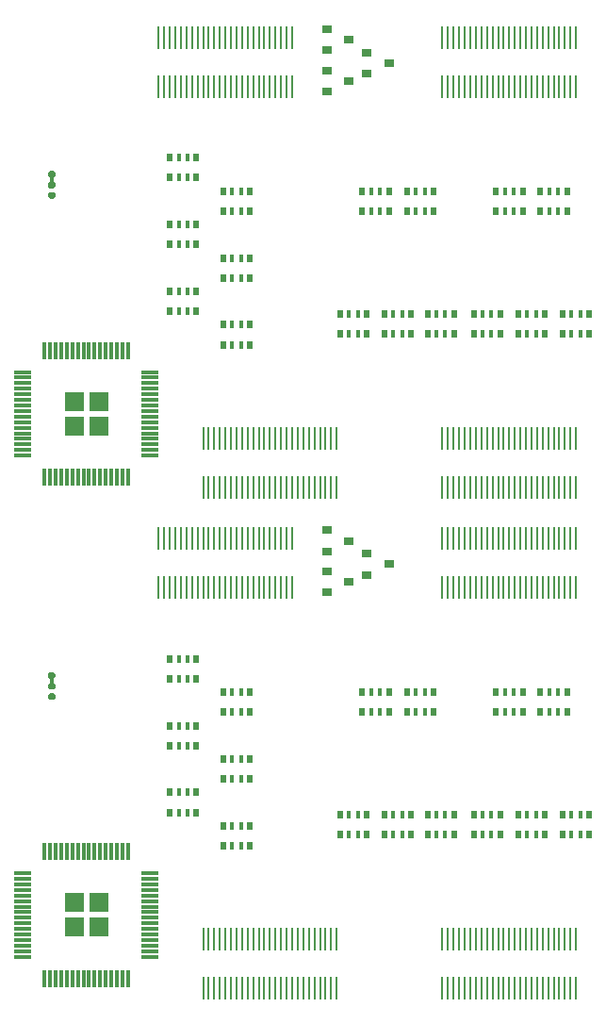
<source format=gbr>
G04 #@! TF.GenerationSoftware,KiCad,Pcbnew,(5.99.0-3349-gc9824bbd9)*
G04 #@! TF.CreationDate,2020-09-22T10:36:58-07:00*
G04 #@! TF.ProjectId,Alchitry_IO_Shield,416c6368-6974-4727-995f-494f5f536869,rev?*
G04 #@! TF.SameCoordinates,Original*
G04 #@! TF.FileFunction,Paste,Bot*
G04 #@! TF.FilePolarity,Positive*
%FSLAX46Y46*%
G04 Gerber Fmt 4.6, Leading zero omitted, Abs format (unit mm)*
G04 Created by KiCad (PCBNEW (5.99.0-3349-gc9824bbd9)) date 2020-09-22 10:36:58*
%MOMM*%
%LPD*%
G01*
G04 APERTURE LIST*
%ADD10R,0.500000X0.800000*%
%ADD11R,0.400000X0.800000*%
%ADD12R,0.900000X0.800000*%
%ADD13R,1.750000X1.750000*%
%ADD14R,0.300000X1.500000*%
%ADD15R,1.500000X0.300000*%
%ADD16R,0.250000X2.000000*%
G04 APERTURE END LIST*
D10*
X51200000Y-85900000D03*
D11*
X50400000Y-85900000D03*
X49600000Y-85900000D03*
D10*
X48800000Y-85900000D03*
X48800000Y-84100000D03*
D11*
X49600000Y-84100000D03*
X50400000Y-84100000D03*
D10*
X51200000Y-84100000D03*
X55200000Y-85900000D03*
D11*
X54400000Y-85900000D03*
X53600000Y-85900000D03*
D10*
X52800000Y-85900000D03*
X52800000Y-84100000D03*
D11*
X53600000Y-84100000D03*
X54400000Y-84100000D03*
D10*
X55200000Y-84100000D03*
X59050000Y-85900000D03*
D11*
X58250000Y-85900000D03*
X57450000Y-85900000D03*
D10*
X56650000Y-85900000D03*
X56650000Y-84100000D03*
D11*
X57450000Y-84100000D03*
X58250000Y-84100000D03*
D10*
X59050000Y-84100000D03*
X67200000Y-85900000D03*
D11*
X66400000Y-85900000D03*
X65600000Y-85900000D03*
D10*
X64800000Y-85900000D03*
X64800000Y-84100000D03*
D11*
X65600000Y-84100000D03*
X66400000Y-84100000D03*
D10*
X67200000Y-84100000D03*
X63200000Y-85900000D03*
D11*
X62400000Y-85900000D03*
X61600000Y-85900000D03*
D10*
X60800000Y-85900000D03*
X60800000Y-84100000D03*
D11*
X61600000Y-84100000D03*
X62400000Y-84100000D03*
D10*
X63200000Y-84100000D03*
X71200000Y-85900000D03*
D11*
X70400000Y-85900000D03*
X69600000Y-85900000D03*
D10*
X68800000Y-85900000D03*
X68800000Y-84100000D03*
D11*
X69600000Y-84100000D03*
X70400000Y-84100000D03*
D10*
X71200000Y-84100000D03*
D12*
X47600000Y-64150000D03*
X47600000Y-62250000D03*
X49600000Y-63200000D03*
X51200000Y-62550000D03*
X51200000Y-60650000D03*
X53200000Y-61600000D03*
X47600000Y-60450000D03*
X47600000Y-58550000D03*
X49600000Y-59500000D03*
D10*
X65200000Y-74900000D03*
D11*
X64400000Y-74900000D03*
X63600000Y-74900000D03*
D10*
X62800000Y-74900000D03*
X62800000Y-73100000D03*
D11*
X63600000Y-73100000D03*
X64400000Y-73100000D03*
D10*
X65200000Y-73100000D03*
X40700000Y-80900000D03*
D11*
X39900000Y-80900000D03*
X39100000Y-80900000D03*
D10*
X38300000Y-80900000D03*
X38300000Y-79100000D03*
D11*
X39100000Y-79100000D03*
X39900000Y-79100000D03*
D10*
X40700000Y-79100000D03*
X35900000Y-83900000D03*
D11*
X35100000Y-83900000D03*
X34300000Y-83900000D03*
D10*
X33500000Y-83900000D03*
X33500000Y-82100000D03*
D11*
X34300000Y-82100000D03*
X35100000Y-82100000D03*
D10*
X35900000Y-82100000D03*
D13*
X27100000Y-94200000D03*
X24900000Y-92000000D03*
X27100000Y-92000000D03*
X24900000Y-94200000D03*
D14*
X29750000Y-98800000D03*
X29250000Y-98800000D03*
X28750000Y-98800000D03*
X28250000Y-98800000D03*
X27750000Y-98800000D03*
X27250000Y-98800000D03*
X26750000Y-98800000D03*
X26250000Y-98800000D03*
X25750000Y-98800000D03*
X25250000Y-98800000D03*
X24750000Y-98800000D03*
X24250000Y-98800000D03*
X23750000Y-98800000D03*
X23250000Y-98800000D03*
X22750000Y-98800000D03*
X22250000Y-98800000D03*
D15*
X20300000Y-96850000D03*
X20300000Y-96350000D03*
X20300000Y-95850000D03*
X20300000Y-95350000D03*
X20300000Y-94850000D03*
X20300000Y-94350000D03*
X20300000Y-93850000D03*
X20300000Y-93350000D03*
X20300000Y-92850000D03*
X20300000Y-92350000D03*
X20300000Y-91850000D03*
X20300000Y-91350000D03*
X20300000Y-90850000D03*
X20300000Y-90350000D03*
X20300000Y-89850000D03*
X20300000Y-89350000D03*
D14*
X22250000Y-87400000D03*
X22750000Y-87400000D03*
X23250000Y-87400000D03*
X23750000Y-87400000D03*
X24250000Y-87400000D03*
X24750000Y-87400000D03*
X25250000Y-87400000D03*
X25750000Y-87400000D03*
X26250000Y-87400000D03*
X26750000Y-87400000D03*
X27250000Y-87400000D03*
X27750000Y-87400000D03*
X28250000Y-87400000D03*
X28750000Y-87400000D03*
X29250000Y-87400000D03*
X29750000Y-87400000D03*
D15*
X31700000Y-89350000D03*
X31700000Y-89850000D03*
X31700000Y-90350000D03*
X31700000Y-90850000D03*
X31700000Y-91350000D03*
X31700000Y-91850000D03*
X31700000Y-92350000D03*
X31700000Y-92850000D03*
X31700000Y-93350000D03*
X31700000Y-93850000D03*
X31700000Y-94350000D03*
X31700000Y-94850000D03*
X31700000Y-95350000D03*
X31700000Y-95850000D03*
X31700000Y-96350000D03*
X31700000Y-96850000D03*
D10*
X53200000Y-74900000D03*
D11*
X52400000Y-74900000D03*
X51600000Y-74900000D03*
D10*
X50800000Y-74900000D03*
X50800000Y-73100000D03*
D11*
X51600000Y-73100000D03*
X52400000Y-73100000D03*
D10*
X53200000Y-73100000D03*
G36*
G01*
X22727500Y-71305000D02*
X23072500Y-71305000D01*
G75*
G02*
X23220000Y-71452500I0J-147500D01*
G01*
X23220000Y-71747500D01*
G75*
G02*
X23072500Y-71895000I-147500J0D01*
G01*
X22727500Y-71895000D01*
G75*
G02*
X22580000Y-71747500I0J147500D01*
G01*
X22580000Y-71452500D01*
G75*
G02*
X22727500Y-71305000I147500J0D01*
G01*
G37*
G36*
G01*
X22750000Y-72440000D02*
X22750000Y-71640000D01*
G75*
G02*
X22825000Y-71565000I75000J0D01*
G01*
X22975000Y-71565000D01*
G75*
G02*
X23050000Y-71640000I0J-75000D01*
G01*
X23050000Y-72440000D01*
G75*
G02*
X22975000Y-72515000I-75000J0D01*
G01*
X22825000Y-72515000D01*
G75*
G02*
X22750000Y-72440000I0J75000D01*
G01*
G37*
G36*
G01*
X22727500Y-72275000D02*
X23072500Y-72275000D01*
G75*
G02*
X23220000Y-72422500I0J-147500D01*
G01*
X23220000Y-72717500D01*
G75*
G02*
X23072500Y-72865000I-147500J0D01*
G01*
X22727500Y-72865000D01*
G75*
G02*
X22580000Y-72717500I0J147500D01*
G01*
X22580000Y-72422500D01*
G75*
G02*
X22727500Y-72275000I147500J0D01*
G01*
G37*
G36*
G01*
X22727500Y-73190000D02*
X23072500Y-73190000D01*
G75*
G02*
X23220000Y-73337500I0J-147500D01*
G01*
X23220000Y-73632500D01*
G75*
G02*
X23072500Y-73780000I-147500J0D01*
G01*
X22727500Y-73780000D01*
G75*
G02*
X22580000Y-73632500I0J147500D01*
G01*
X22580000Y-73337500D01*
G75*
G02*
X22727500Y-73190000I147500J0D01*
G01*
G37*
X40700000Y-86900000D03*
D11*
X39900000Y-86900000D03*
X39100000Y-86900000D03*
D10*
X38300000Y-86900000D03*
X38300000Y-85100000D03*
D11*
X39100000Y-85100000D03*
X39900000Y-85100000D03*
D10*
X40700000Y-85100000D03*
X35900000Y-71900000D03*
D11*
X35100000Y-71900000D03*
X34300000Y-71900000D03*
D10*
X33500000Y-71900000D03*
X33500000Y-70100000D03*
D11*
X34300000Y-70100000D03*
X35100000Y-70100000D03*
D10*
X35900000Y-70100000D03*
X35900000Y-77900000D03*
D11*
X35100000Y-77900000D03*
X34300000Y-77900000D03*
D10*
X33500000Y-77900000D03*
X33500000Y-76100000D03*
D11*
X34300000Y-76100000D03*
X35100000Y-76100000D03*
D10*
X35900000Y-76100000D03*
X40700000Y-74900000D03*
D11*
X39900000Y-74900000D03*
X39100000Y-74900000D03*
D10*
X38300000Y-74900000D03*
X38300000Y-73100000D03*
D11*
X39100000Y-73100000D03*
X39900000Y-73100000D03*
D10*
X40700000Y-73100000D03*
X57200000Y-74900000D03*
D11*
X56400000Y-74900000D03*
X55600000Y-74900000D03*
D10*
X54800000Y-74900000D03*
X54800000Y-73100000D03*
D11*
X55600000Y-73100000D03*
X56400000Y-73100000D03*
D10*
X57200000Y-73100000D03*
X69200000Y-74900000D03*
D11*
X68400000Y-74900000D03*
X67600000Y-74900000D03*
D10*
X66800000Y-74900000D03*
X66800000Y-73100000D03*
D11*
X67600000Y-73100000D03*
X68400000Y-73100000D03*
D10*
X69200000Y-73100000D03*
D16*
X32500000Y-63700000D03*
X33000000Y-63700000D03*
X33500000Y-63700000D03*
X34000000Y-63700000D03*
X34500000Y-63700000D03*
X35000000Y-63700000D03*
X35500000Y-63700000D03*
X36000000Y-63700000D03*
X36500000Y-63700000D03*
X37000000Y-63700000D03*
X37500000Y-63700000D03*
X38000000Y-63700000D03*
X38500000Y-63700000D03*
X39000000Y-63700000D03*
X39500000Y-63700000D03*
X40000000Y-63700000D03*
X40500000Y-63700000D03*
X41000000Y-63700000D03*
X41500000Y-63700000D03*
X42000000Y-63700000D03*
X42500000Y-63700000D03*
X43000000Y-63700000D03*
X43500000Y-63700000D03*
X44000000Y-63700000D03*
X44500000Y-63700000D03*
X44500000Y-59300000D03*
X44000000Y-59300000D03*
X43500000Y-59300000D03*
X43000000Y-59300000D03*
X42500000Y-59300000D03*
X42000000Y-59300000D03*
X41500000Y-59300000D03*
X41000000Y-59300000D03*
X40500000Y-59300000D03*
X40000000Y-59300000D03*
X39500000Y-59300000D03*
X39000000Y-59300000D03*
X38500000Y-59300000D03*
X38000000Y-59300000D03*
X37500000Y-59300000D03*
X37000000Y-59300000D03*
X36500000Y-59300000D03*
X36000000Y-59300000D03*
X35500000Y-59300000D03*
X35000000Y-59300000D03*
X34500000Y-59300000D03*
X34000000Y-59300000D03*
X33500000Y-59300000D03*
X33000000Y-59300000D03*
X32500000Y-59300000D03*
X58000000Y-63700000D03*
X58500000Y-63700000D03*
X59000000Y-63700000D03*
X59500000Y-63700000D03*
X60000000Y-63700000D03*
X60500000Y-63700000D03*
X61000000Y-63700000D03*
X61500000Y-63700000D03*
X62000000Y-63700000D03*
X62500000Y-63700000D03*
X63000000Y-63700000D03*
X63500000Y-63700000D03*
X64000000Y-63700000D03*
X64500000Y-63700000D03*
X65000000Y-63700000D03*
X65500000Y-63700000D03*
X66000000Y-63700000D03*
X66500000Y-63700000D03*
X67000000Y-63700000D03*
X67500000Y-63700000D03*
X68000000Y-63700000D03*
X68500000Y-63700000D03*
X69000000Y-63700000D03*
X69500000Y-63700000D03*
X70000000Y-63700000D03*
X70000000Y-59300000D03*
X69500000Y-59300000D03*
X69000000Y-59300000D03*
X68500000Y-59300000D03*
X68000000Y-59300000D03*
X67500000Y-59300000D03*
X67000000Y-59300000D03*
X66500000Y-59300000D03*
X66000000Y-59300000D03*
X65500000Y-59300000D03*
X65000000Y-59300000D03*
X64500000Y-59300000D03*
X64000000Y-59300000D03*
X63500000Y-59300000D03*
X63000000Y-59300000D03*
X62500000Y-59300000D03*
X62000000Y-59300000D03*
X61500000Y-59300000D03*
X61000000Y-59300000D03*
X60500000Y-59300000D03*
X60000000Y-59300000D03*
X59500000Y-59300000D03*
X59000000Y-59300000D03*
X58500000Y-59300000D03*
X58000000Y-59300000D03*
X36500000Y-99700000D03*
X37000000Y-99700000D03*
X37500000Y-99700000D03*
X38000000Y-99700000D03*
X38500000Y-99700000D03*
X39000000Y-99700000D03*
X39500000Y-99700000D03*
X40000000Y-99700000D03*
X40500000Y-99700000D03*
X41000000Y-99700000D03*
X41500000Y-99700000D03*
X42000000Y-99700000D03*
X42500000Y-99700000D03*
X43000000Y-99700000D03*
X43500000Y-99700000D03*
X44000000Y-99700000D03*
X44500000Y-99700000D03*
X45000000Y-99700000D03*
X45500000Y-99700000D03*
X46000000Y-99700000D03*
X46500000Y-99700000D03*
X47000000Y-99700000D03*
X47500000Y-99700000D03*
X48000000Y-99700000D03*
X48500000Y-99700000D03*
X48500000Y-95300000D03*
X48000000Y-95300000D03*
X47500000Y-95300000D03*
X47000000Y-95300000D03*
X46500000Y-95300000D03*
X46000000Y-95300000D03*
X45500000Y-95300000D03*
X45000000Y-95300000D03*
X44500000Y-95300000D03*
X44000000Y-95300000D03*
X43500000Y-95300000D03*
X43000000Y-95300000D03*
X42500000Y-95300000D03*
X42000000Y-95300000D03*
X41500000Y-95300000D03*
X41000000Y-95300000D03*
X40500000Y-95300000D03*
X40000000Y-95300000D03*
X39500000Y-95300000D03*
X39000000Y-95300000D03*
X38500000Y-95300000D03*
X38000000Y-95300000D03*
X37500000Y-95300000D03*
X37000000Y-95300000D03*
X36500000Y-95300000D03*
X58000000Y-99700000D03*
X58500000Y-99700000D03*
X59000000Y-99700000D03*
X59500000Y-99700000D03*
X60000000Y-99700000D03*
X60500000Y-99700000D03*
X61000000Y-99700000D03*
X61500000Y-99700000D03*
X62000000Y-99700000D03*
X62500000Y-99700000D03*
X63000000Y-99700000D03*
X63500000Y-99700000D03*
X64000000Y-99700000D03*
X64500000Y-99700000D03*
X65000000Y-99700000D03*
X65500000Y-99700000D03*
X66000000Y-99700000D03*
X66500000Y-99700000D03*
X67000000Y-99700000D03*
X67500000Y-99700000D03*
X68000000Y-99700000D03*
X68500000Y-99700000D03*
X69000000Y-99700000D03*
X69500000Y-99700000D03*
X70000000Y-99700000D03*
X70000000Y-95300000D03*
X69500000Y-95300000D03*
X69000000Y-95300000D03*
X68500000Y-95300000D03*
X68000000Y-95300000D03*
X67500000Y-95300000D03*
X67000000Y-95300000D03*
X66500000Y-95300000D03*
X66000000Y-95300000D03*
X65500000Y-95300000D03*
X65000000Y-95300000D03*
X64500000Y-95300000D03*
X64000000Y-95300000D03*
X63500000Y-95300000D03*
X63000000Y-95300000D03*
X62500000Y-95300000D03*
X62000000Y-95300000D03*
X61500000Y-95300000D03*
X61000000Y-95300000D03*
X60500000Y-95300000D03*
X60000000Y-95300000D03*
X59500000Y-95300000D03*
X59000000Y-95300000D03*
X58500000Y-95300000D03*
X58000000Y-95300000D03*
X32500000Y-18700000D03*
X33000000Y-18700000D03*
X33500000Y-18700000D03*
X34000000Y-18700000D03*
X34500000Y-18700000D03*
X35000000Y-18700000D03*
X35500000Y-18700000D03*
X36000000Y-18700000D03*
X36500000Y-18700000D03*
X37000000Y-18700000D03*
X37500000Y-18700000D03*
X38000000Y-18700000D03*
X38500000Y-18700000D03*
X39000000Y-18700000D03*
X39500000Y-18700000D03*
X40000000Y-18700000D03*
X40500000Y-18700000D03*
X41000000Y-18700000D03*
X41500000Y-18700000D03*
X42000000Y-18700000D03*
X42500000Y-18700000D03*
X43000000Y-18700000D03*
X43500000Y-18700000D03*
X44000000Y-18700000D03*
X44500000Y-18700000D03*
X44500000Y-14300000D03*
X44000000Y-14300000D03*
X43500000Y-14300000D03*
X43000000Y-14300000D03*
X42500000Y-14300000D03*
X42000000Y-14300000D03*
X41500000Y-14300000D03*
X41000000Y-14300000D03*
X40500000Y-14300000D03*
X40000000Y-14300000D03*
X39500000Y-14300000D03*
X39000000Y-14300000D03*
X38500000Y-14300000D03*
X38000000Y-14300000D03*
X37500000Y-14300000D03*
X37000000Y-14300000D03*
X36500000Y-14300000D03*
X36000000Y-14300000D03*
X35500000Y-14300000D03*
X35000000Y-14300000D03*
X34500000Y-14300000D03*
X34000000Y-14300000D03*
X33500000Y-14300000D03*
X33000000Y-14300000D03*
X32500000Y-14300000D03*
X58000000Y-18700000D03*
X58500000Y-18700000D03*
X59000000Y-18700000D03*
X59500000Y-18700000D03*
X60000000Y-18700000D03*
X60500000Y-18700000D03*
X61000000Y-18700000D03*
X61500000Y-18700000D03*
X62000000Y-18700000D03*
X62500000Y-18700000D03*
X63000000Y-18700000D03*
X63500000Y-18700000D03*
X64000000Y-18700000D03*
X64500000Y-18700000D03*
X65000000Y-18700000D03*
X65500000Y-18700000D03*
X66000000Y-18700000D03*
X66500000Y-18700000D03*
X67000000Y-18700000D03*
X67500000Y-18700000D03*
X68000000Y-18700000D03*
X68500000Y-18700000D03*
X69000000Y-18700000D03*
X69500000Y-18700000D03*
X70000000Y-18700000D03*
X70000000Y-14300000D03*
X69500000Y-14300000D03*
X69000000Y-14300000D03*
X68500000Y-14300000D03*
X68000000Y-14300000D03*
X67500000Y-14300000D03*
X67000000Y-14300000D03*
X66500000Y-14300000D03*
X66000000Y-14300000D03*
X65500000Y-14300000D03*
X65000000Y-14300000D03*
X64500000Y-14300000D03*
X64000000Y-14300000D03*
X63500000Y-14300000D03*
X63000000Y-14300000D03*
X62500000Y-14300000D03*
X62000000Y-14300000D03*
X61500000Y-14300000D03*
X61000000Y-14300000D03*
X60500000Y-14300000D03*
X60000000Y-14300000D03*
X59500000Y-14300000D03*
X59000000Y-14300000D03*
X58500000Y-14300000D03*
X58000000Y-14300000D03*
X36500000Y-54700000D03*
X37000000Y-54700000D03*
X37500000Y-54700000D03*
X38000000Y-54700000D03*
X38500000Y-54700000D03*
X39000000Y-54700000D03*
X39500000Y-54700000D03*
X40000000Y-54700000D03*
X40500000Y-54700000D03*
X41000000Y-54700000D03*
X41500000Y-54700000D03*
X42000000Y-54700000D03*
X42500000Y-54700000D03*
X43000000Y-54700000D03*
X43500000Y-54700000D03*
X44000000Y-54700000D03*
X44500000Y-54700000D03*
X45000000Y-54700000D03*
X45500000Y-54700000D03*
X46000000Y-54700000D03*
X46500000Y-54700000D03*
X47000000Y-54700000D03*
X47500000Y-54700000D03*
X48000000Y-54700000D03*
X48500000Y-54700000D03*
X48500000Y-50300000D03*
X48000000Y-50300000D03*
X47500000Y-50300000D03*
X47000000Y-50300000D03*
X46500000Y-50300000D03*
X46000000Y-50300000D03*
X45500000Y-50300000D03*
X45000000Y-50300000D03*
X44500000Y-50300000D03*
X44000000Y-50300000D03*
X43500000Y-50300000D03*
X43000000Y-50300000D03*
X42500000Y-50300000D03*
X42000000Y-50300000D03*
X41500000Y-50300000D03*
X41000000Y-50300000D03*
X40500000Y-50300000D03*
X40000000Y-50300000D03*
X39500000Y-50300000D03*
X39000000Y-50300000D03*
X38500000Y-50300000D03*
X38000000Y-50300000D03*
X37500000Y-50300000D03*
X37000000Y-50300000D03*
X36500000Y-50300000D03*
X58000000Y-54700000D03*
X58500000Y-54700000D03*
X59000000Y-54700000D03*
X59500000Y-54700000D03*
X60000000Y-54700000D03*
X60500000Y-54700000D03*
X61000000Y-54700000D03*
X61500000Y-54700000D03*
X62000000Y-54700000D03*
X62500000Y-54700000D03*
X63000000Y-54700000D03*
X63500000Y-54700000D03*
X64000000Y-54700000D03*
X64500000Y-54700000D03*
X65000000Y-54700000D03*
X65500000Y-54700000D03*
X66000000Y-54700000D03*
X66500000Y-54700000D03*
X67000000Y-54700000D03*
X67500000Y-54700000D03*
X68000000Y-54700000D03*
X68500000Y-54700000D03*
X69000000Y-54700000D03*
X69500000Y-54700000D03*
X70000000Y-54700000D03*
X70000000Y-50300000D03*
X69500000Y-50300000D03*
X69000000Y-50300000D03*
X68500000Y-50300000D03*
X68000000Y-50300000D03*
X67500000Y-50300000D03*
X67000000Y-50300000D03*
X66500000Y-50300000D03*
X66000000Y-50300000D03*
X65500000Y-50300000D03*
X65000000Y-50300000D03*
X64500000Y-50300000D03*
X64000000Y-50300000D03*
X63500000Y-50300000D03*
X63000000Y-50300000D03*
X62500000Y-50300000D03*
X62000000Y-50300000D03*
X61500000Y-50300000D03*
X61000000Y-50300000D03*
X60500000Y-50300000D03*
X60000000Y-50300000D03*
X59500000Y-50300000D03*
X59000000Y-50300000D03*
X58500000Y-50300000D03*
X58000000Y-50300000D03*
D10*
X69200000Y-29900000D03*
D11*
X68400000Y-29900000D03*
X67600000Y-29900000D03*
D10*
X66800000Y-29900000D03*
X66800000Y-28100000D03*
D11*
X67600000Y-28100000D03*
X68400000Y-28100000D03*
D10*
X69200000Y-28100000D03*
X65200000Y-29900000D03*
D11*
X64400000Y-29900000D03*
X63600000Y-29900000D03*
D10*
X62800000Y-29900000D03*
X62800000Y-28100000D03*
D11*
X63600000Y-28100000D03*
X64400000Y-28100000D03*
D10*
X65200000Y-28100000D03*
X57200000Y-29900000D03*
D11*
X56400000Y-29900000D03*
X55600000Y-29900000D03*
D10*
X54800000Y-29900000D03*
X54800000Y-28100000D03*
D11*
X55600000Y-28100000D03*
X56400000Y-28100000D03*
D10*
X57200000Y-28100000D03*
X53200000Y-29900000D03*
D11*
X52400000Y-29900000D03*
X51600000Y-29900000D03*
D10*
X50800000Y-29900000D03*
X50800000Y-28100000D03*
D11*
X51600000Y-28100000D03*
X52400000Y-28100000D03*
D10*
X53200000Y-28100000D03*
D13*
X27100000Y-49200000D03*
X24900000Y-47000000D03*
X27100000Y-47000000D03*
X24900000Y-49200000D03*
D14*
X29750000Y-53800000D03*
X29250000Y-53800000D03*
X28750000Y-53800000D03*
X28250000Y-53800000D03*
X27750000Y-53800000D03*
X27250000Y-53800000D03*
X26750000Y-53800000D03*
X26250000Y-53800000D03*
X25750000Y-53800000D03*
X25250000Y-53800000D03*
X24750000Y-53800000D03*
X24250000Y-53800000D03*
X23750000Y-53800000D03*
X23250000Y-53800000D03*
X22750000Y-53800000D03*
X22250000Y-53800000D03*
D15*
X20300000Y-51850000D03*
X20300000Y-51350000D03*
X20300000Y-50850000D03*
X20300000Y-50350000D03*
X20300000Y-49850000D03*
X20300000Y-49350000D03*
X20300000Y-48850000D03*
X20300000Y-48350000D03*
X20300000Y-47850000D03*
X20300000Y-47350000D03*
X20300000Y-46850000D03*
X20300000Y-46350000D03*
X20300000Y-45850000D03*
X20300000Y-45350000D03*
X20300000Y-44850000D03*
X20300000Y-44350000D03*
D14*
X22250000Y-42400000D03*
X22750000Y-42400000D03*
X23250000Y-42400000D03*
X23750000Y-42400000D03*
X24250000Y-42400000D03*
X24750000Y-42400000D03*
X25250000Y-42400000D03*
X25750000Y-42400000D03*
X26250000Y-42400000D03*
X26750000Y-42400000D03*
X27250000Y-42400000D03*
X27750000Y-42400000D03*
X28250000Y-42400000D03*
X28750000Y-42400000D03*
X29250000Y-42400000D03*
X29750000Y-42400000D03*
D15*
X31700000Y-44350000D03*
X31700000Y-44850000D03*
X31700000Y-45350000D03*
X31700000Y-45850000D03*
X31700000Y-46350000D03*
X31700000Y-46850000D03*
X31700000Y-47350000D03*
X31700000Y-47850000D03*
X31700000Y-48350000D03*
X31700000Y-48850000D03*
X31700000Y-49350000D03*
X31700000Y-49850000D03*
X31700000Y-50350000D03*
X31700000Y-50850000D03*
X31700000Y-51350000D03*
X31700000Y-51850000D03*
D10*
X35900000Y-38900000D03*
D11*
X35100000Y-38900000D03*
X34300000Y-38900000D03*
D10*
X33500000Y-38900000D03*
X33500000Y-37100000D03*
D11*
X34300000Y-37100000D03*
X35100000Y-37100000D03*
D10*
X35900000Y-37100000D03*
X40700000Y-35900000D03*
D11*
X39900000Y-35900000D03*
X39100000Y-35900000D03*
D10*
X38300000Y-35900000D03*
X38300000Y-34100000D03*
D11*
X39100000Y-34100000D03*
X39900000Y-34100000D03*
D10*
X40700000Y-34100000D03*
X40700000Y-29900000D03*
D11*
X39900000Y-29900000D03*
X39100000Y-29900000D03*
D10*
X38300000Y-29900000D03*
X38300000Y-28100000D03*
D11*
X39100000Y-28100000D03*
X39900000Y-28100000D03*
D10*
X40700000Y-28100000D03*
X35900000Y-32900000D03*
D11*
X35100000Y-32900000D03*
X34300000Y-32900000D03*
D10*
X33500000Y-32900000D03*
X33500000Y-31100000D03*
D11*
X34300000Y-31100000D03*
X35100000Y-31100000D03*
D10*
X35900000Y-31100000D03*
X35900000Y-26900000D03*
D11*
X35100000Y-26900000D03*
X34300000Y-26900000D03*
D10*
X33500000Y-26900000D03*
X33500000Y-25100000D03*
D11*
X34300000Y-25100000D03*
X35100000Y-25100000D03*
D10*
X35900000Y-25100000D03*
X40700000Y-41900000D03*
D11*
X39900000Y-41900000D03*
X39100000Y-41900000D03*
D10*
X38300000Y-41900000D03*
X38300000Y-40100000D03*
D11*
X39100000Y-40100000D03*
X39900000Y-40100000D03*
D10*
X40700000Y-40100000D03*
G36*
G01*
X22727500Y-26305000D02*
X23072500Y-26305000D01*
G75*
G02*
X23220000Y-26452500I0J-147500D01*
G01*
X23220000Y-26747500D01*
G75*
G02*
X23072500Y-26895000I-147500J0D01*
G01*
X22727500Y-26895000D01*
G75*
G02*
X22580000Y-26747500I0J147500D01*
G01*
X22580000Y-26452500D01*
G75*
G02*
X22727500Y-26305000I147500J0D01*
G01*
G37*
G36*
G01*
X22750000Y-27440000D02*
X22750000Y-26640000D01*
G75*
G02*
X22825000Y-26565000I75000J0D01*
G01*
X22975000Y-26565000D01*
G75*
G02*
X23050000Y-26640000I0J-75000D01*
G01*
X23050000Y-27440000D01*
G75*
G02*
X22975000Y-27515000I-75000J0D01*
G01*
X22825000Y-27515000D01*
G75*
G02*
X22750000Y-27440000I0J75000D01*
G01*
G37*
G36*
G01*
X22727500Y-27275000D02*
X23072500Y-27275000D01*
G75*
G02*
X23220000Y-27422500I0J-147500D01*
G01*
X23220000Y-27717500D01*
G75*
G02*
X23072500Y-27865000I-147500J0D01*
G01*
X22727500Y-27865000D01*
G75*
G02*
X22580000Y-27717500I0J147500D01*
G01*
X22580000Y-27422500D01*
G75*
G02*
X22727500Y-27275000I147500J0D01*
G01*
G37*
G36*
G01*
X22727500Y-28190000D02*
X23072500Y-28190000D01*
G75*
G02*
X23220000Y-28337500I0J-147500D01*
G01*
X23220000Y-28632500D01*
G75*
G02*
X23072500Y-28780000I-147500J0D01*
G01*
X22727500Y-28780000D01*
G75*
G02*
X22580000Y-28632500I0J147500D01*
G01*
X22580000Y-28337500D01*
G75*
G02*
X22727500Y-28190000I147500J0D01*
G01*
G37*
D12*
X47600000Y-15450000D03*
X47600000Y-13550000D03*
X49600000Y-14500000D03*
X51200000Y-17550000D03*
X51200000Y-15650000D03*
X53200000Y-16600000D03*
X47600000Y-19150000D03*
X47600000Y-17250000D03*
X49600000Y-18200000D03*
D10*
X71200000Y-40900000D03*
D11*
X70400000Y-40900000D03*
X69600000Y-40900000D03*
D10*
X68800000Y-40900000D03*
X68800000Y-39100000D03*
D11*
X69600000Y-39100000D03*
X70400000Y-39100000D03*
D10*
X71200000Y-39100000D03*
X63200000Y-40900000D03*
D11*
X62400000Y-40900000D03*
X61600000Y-40900000D03*
D10*
X60800000Y-40900000D03*
X60800000Y-39100000D03*
D11*
X61600000Y-39100000D03*
X62400000Y-39100000D03*
D10*
X63200000Y-39100000D03*
X67200000Y-40900000D03*
D11*
X66400000Y-40900000D03*
X65600000Y-40900000D03*
D10*
X64800000Y-40900000D03*
X64800000Y-39100000D03*
D11*
X65600000Y-39100000D03*
X66400000Y-39100000D03*
D10*
X67200000Y-39100000D03*
X59050000Y-40900000D03*
D11*
X58250000Y-40900000D03*
X57450000Y-40900000D03*
D10*
X56650000Y-40900000D03*
X56650000Y-39100000D03*
D11*
X57450000Y-39100000D03*
X58250000Y-39100000D03*
D10*
X59050000Y-39100000D03*
X55200000Y-40900000D03*
D11*
X54400000Y-40900000D03*
X53600000Y-40900000D03*
D10*
X52800000Y-40900000D03*
X52800000Y-39100000D03*
D11*
X53600000Y-39100000D03*
X54400000Y-39100000D03*
D10*
X55200000Y-39100000D03*
X51200000Y-40900000D03*
D11*
X50400000Y-40900000D03*
X49600000Y-40900000D03*
D10*
X48800000Y-40900000D03*
X48800000Y-39100000D03*
D11*
X49600000Y-39100000D03*
X50400000Y-39100000D03*
D10*
X51200000Y-39100000D03*
M02*

</source>
